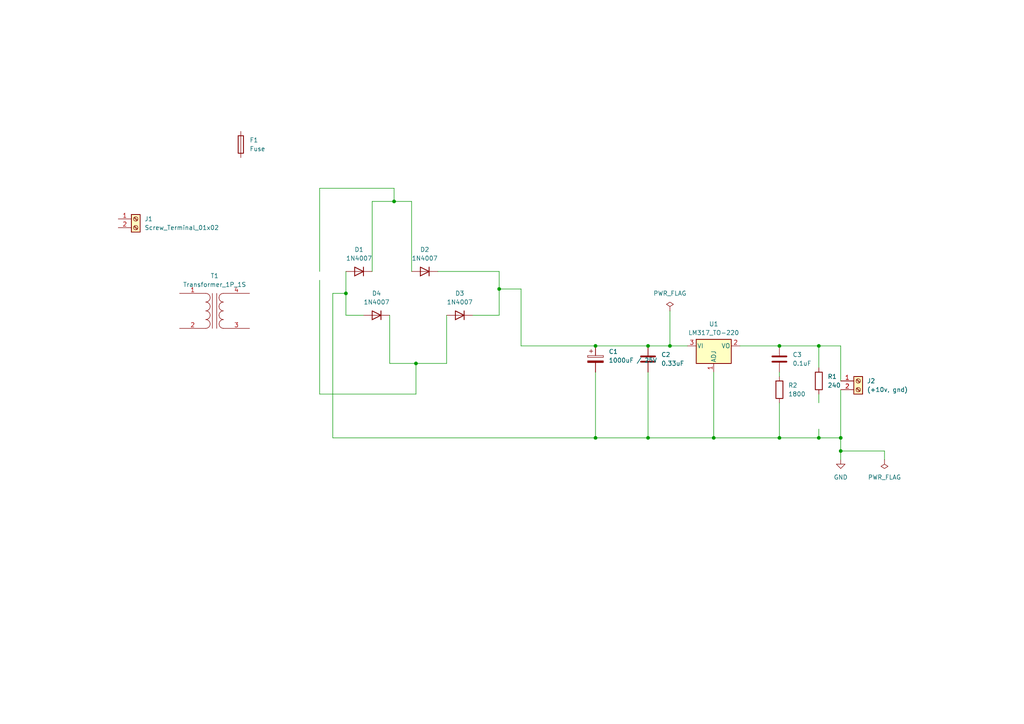
<source format=kicad_sch>
(kicad_sch (version 20250114) (generator "eeschema") (generator_version "9.0")
  (paper "A4")
  (lib_symbols
    (symbol "+3.7v:GND" (power) (pin_numbers (hide yes)) (pin_names (offset 0) (hide yes))
      (property "Value" "GND" (at 0 -3.81 0))
      (symbol "GND_0_1"
        (polyline (pts (xy 0 0) (xy 0 -1.27) (xy 1.27 -1.27) (xy 0 -2.54) (xy -1.27 -1.27) (xy 0 -1.27)))
      )
      (symbol "GND_1_1"
        (pin power_in line (at 0 0 270) (length 0) (name "~") (number "1"))
      )
    )
    (symbol "Connector:Screw_Terminal_01x02" (pin_names (offset 1.016) (hide yes))
      (property "Reference" "J" (at 0 2.54 0))
      (property "Value" "Screw_Terminal_01x02" (at 0 -5.08 0))
      (symbol "Screw_Terminal_01x02_1_1"
        (rectangle (start -1.27 1.27) (end 1.27 -3.81) (stroke (width 0.254)) (fill (type background)))
        (polyline (pts (xy -0.5334 0.3302) (xy 0.3302 -0.508)) (stroke (width 0.1524)))
        (polyline (pts (xy -0.5334 -2.2098) (xy 0.3302 -3.048)) (stroke (width 0.1524)))
        (polyline (pts (xy -0.3556 0.508) (xy 0.508 -0.3302)) (stroke (width 0.1524)))
        (polyline (pts (xy -0.3556 -2.032) (xy 0.508 -2.8702)) (stroke (width 0.1524)))
        (circle (center 0 0) (radius 0.635) (stroke (width 0.1524)))
        (circle (center 0 -2.54) (radius 0.635) (stroke (width 0.1524)))
        (pin passive line (at -5.08 0 0) (length 3.81) (name "Pin_1") (number "1"))
        (pin passive line (at -5.08 -2.54 0) (length 3.81) (name "Pin_2") (number "2"))
      )
    )
    (symbol "Device:C" (pin_numbers (hide yes)) (pin_names (offset 0.254))
      (property "Reference" "C" (at 0.635 2.54 0))
      (property "Value" "C" (at 0.635 -2.54 0))
      (symbol "C_0_1"
        (polyline (pts (xy -2.032 0.762) (xy 2.032 0.762)) (stroke (width 0.508)))
        (polyline (pts (xy -2.032 -0.762) (xy 2.032 -0.762)) (stroke (width 0.508)))
      )
      (symbol "C_1_1"
        (pin passive line (at 0 3.81 270) (length 2.794) (name "~") (number "1"))
        (pin passive line (at 0 -3.81 90) (length 2.794) (name "~") (number "2"))
      )
    )
    (symbol "Device:C_Polarized" (pin_numbers (hide yes)) (pin_names (offset 0.254))
      (property "Reference" "C" (at 0.635 2.54 0))
      (property "Value" "C_Polarized" (at 0.635 -2.54 0))
      (symbol "C_Polarized_0_1"
        (rectangle (start -2.286 0.508) (end 2.286 1.016))
        (polyline (pts (xy -1.778 2.286) (xy -0.762 2.286)))
        (polyline (pts (xy -1.27 2.794) (xy -1.27 1.778)))
        (rectangle (start 2.286 -0.508) (end -2.286 -1.016) (fill (type outline)))
      )
      (symbol "C_Polarized_1_1"
        (pin passive line (at 0 3.81 270) (length 2.794) (name "~") (number "1"))
        (pin passive line (at 0 -3.81 90) (length 2.794) (name "~") (number "2"))
      )
    )
    (symbol "Device:Fuse" (pin_numbers (hide yes)) (pin_names (offset 0))
      (property "Reference" "F" (at 2.032 0 90))
      (property "Value" "Fuse" (at -1.905 0 90))
      (symbol "Fuse_0_1"
        (rectangle (start -0.762 -2.54) (end 0.762 2.54) (stroke (width 0.254)))
        (polyline (pts (xy 0 2.54) (xy 0 -2.54)))
      )
      (symbol "Fuse_1_1"
        (pin passive line (at 0 3.81 270) (length 1.27) (name "~") (number "1"))
        (pin passive line (at 0 -3.81 90) (length 1.27) (name "~") (number "2"))
      )
    )
    (symbol "Device:R" (pin_numbers (hide yes)) (pin_names (offset 0))
      (property "Reference" "R" (at 2.032 0 90))
      (property "Value" "R" (at 0 0 90))
      (symbol "R_0_1"
        (rectangle (start -1.016 -2.54) (end 1.016 2.54) (stroke (width 0.254)))
      )
      (symbol "R_1_1"
        (pin passive line (at 0 3.81 270) (length 1.27) (name "~") (number "1"))
        (pin passive line (at 0 -3.81 90) (length 1.27) (name "~") (number "2"))
      )
    )
    (symbol "Device:Transformer_1P_1S" (pin_names (offset 1.016) (hide yes))
      (property "Reference" "T" (at 0 6.35 0))
      (property "Value" "Transformer_1P_1S" (at 0 -7.62 0))
      (symbol "Transformer_1P_1S_0_1"
        (arc (start -1.27 3.81) (mid -1.656 2.9336) (end -2.54 2.5654))
        (arc (start -1.27 1.27) (mid -1.656 0.3936) (end -2.54 0.0254))
        (arc (start -1.27 -1.27) (mid -1.656 -2.1464) (end -2.54 -2.5146))
        (arc (start -1.27 -3.81) (mid -1.656 -4.6864) (end -2.54 -5.0546))
        (arc (start -2.54 5.08) (mid -1.642 4.708) (end -1.27 3.81))
        (arc (start -2.54 2.54) (mid -1.642 2.168) (end -1.27 1.27))
        (arc (start -2.54 0) (mid -1.642 -0.372) (end -1.27 -1.27))
        (arc (start -2.54 -2.54) (mid -1.642 -2.912) (end -1.27 -3.81))
        (polyline (pts (xy -0.635 5.08) (xy -0.635 -5.08)))
        (polyline (pts (xy 0.635 -5.08) (xy 0.635 5.08)))
        (arc (start 1.2954 3.81) (mid 1.6457 4.7117) (end 2.54 5.08))
        (arc (start 1.2954 1.27) (mid 1.6457 2.1717) (end 2.54 2.54))
        (arc (start 1.2954 -1.27) (mid 1.6457 -0.3683) (end 2.54 0))
        (arc (start 2.54 2.5654) (mid 1.6599 2.9299) (end 1.2954 3.81))
        (arc (start 2.54 0.0254) (mid 1.6599 0.3899) (end 1.2954 1.27))
        (arc (start 2.54 -2.5146) (mid 1.6599 -2.1501) (end 1.2954 -1.27))
        (arc (start 1.3208 -3.81) (mid 1.6711 -2.9085) (end 2.5654 -2.54))
        (arc (start 2.5654 -5.0546) (mid 1.6851 -4.6902) (end 1.3208 -3.81))
      )
      (symbol "Transformer_1P_1S_1_1"
        (pin passive line (at -10.16 5.08 0) (length 7.62) (name "AA") (number "1"))
        (pin passive line (at -10.16 -5.08 0) (length 7.62) (name "AB") (number "2"))
        (pin passive line (at 10.16 5.08 180) (length 7.62) (name "SB") (number "4"))
        (pin passive line (at 10.16 -5.08 180) (length 7.62) (name "SA") (number "3"))
      )
    )
    (symbol "Diode:1N4007" (pin_numbers (hide yes)) (pin_names (hide yes))
      (property "Reference" "D" (at 0 2.54 0))
      (property "Value" "1N4007" (at 0 -2.54 0))
      (symbol "1N4007_0_1"
        (polyline (pts (xy -1.27 1.27) (xy -1.27 -1.27)) (stroke (width 0.254)))
        (polyline (pts (xy 1.27 1.27) (xy 1.27 -1.27) (xy -1.27 0) (xy 1.27 1.27)) (stroke (width 0.254)))
        (polyline (pts (xy 1.27 0) (xy -1.27 0)))
      )
      (symbol "1N4007_1_1"
        (pin passive line (at -3.81 0 0) (length 2.54) (name "K") (number "1"))
        (pin passive line (at 3.81 0 180) (length 2.54) (name "A") (number "2"))
      )
    )
    (symbol "Regulator_Linear:LM317_TO-220" (pin_names (offset 0.254))
      (property "Reference" "U" (at -3.81 3.175 0))
      (property "Value" "LM317_TO-220" (at 0 3.175 0))
      (symbol "LM317_TO-220_0_1"
        (rectangle (start -5.08 1.905) (end 5.08 -5.08) (stroke (width 0.254)) (fill (type background)))
      )
      (symbol "LM317_TO-220_1_1"
        (pin power_in line (at -7.62 0 0) (length 2.54) (name "VI") (number "3"))
        (pin input line (at 0 -7.62 90) (length 2.54) (name "ADJ") (number "1"))
        (pin power_out line (at 7.62 0 180) (length 2.54) (name "VO") (number "2"))
      )
    )
    (symbol "power:PWR_FLAG" (power) (pin_numbers (hide yes)) (pin_names (offset 0) (hide yes))
      (property "Value" "PWR_FLAG" (at 0 3.81 0))
      (symbol "PWR_FLAG_0_0"
        (pin power_out line (at 0 0 90) (length 0) (name "~") (number "1"))
      )
      (symbol "PWR_FLAG_0_1"
        (polyline (pts (xy 0 0) (xy 0 1.27) (xy -1.016 1.905) (xy 0 2.54) (xy 1.016 1.905) (xy 0 1.27)))
      )
    )
  )
  (junction (at 226.06 127))
  (junction (at 207.01 127))
  (junction (at 194.31 100.33))
  (junction (at 226.06 100.33))
  (junction (at 114.3 58.42))
  (junction (at 187.96 127))
  (junction (at 237.49 100.33))
  (junction (at 144.78 83.82))
  (junction (at 243.84 127))
  (junction (at 243.84 130.81))
  (junction (at 100.33 85.09))
  (junction (at 237.49 127))
  (junction (at 120.65 105.41))
  (junction (at 187.96 100.33))
  (junction (at 172.72 127))
  (junction (at 172.72 100.33))
  (wire (pts (xy 120.65 105.41) (xy 113.03 105.41)))
  (wire (pts (xy 119.38 78.74) (xy 119.38 58.42)))
  (wire (pts (xy 172.72 100.33) (xy 187.96 100.33)))
  (wire (pts (xy 172.72 107.95) (xy 172.72 127)))
  (wire (pts (xy 194.31 100.33) (xy 199.39 100.33)))
  (wire (pts (xy 144.78 91.44) (xy 137.16 91.44)))
  (wire (pts (xy 100.33 85.09) (xy 96.52 85.09)))
  (wire (pts (xy 207.01 107.95) (xy 207.01 127)))
  (wire (pts (xy 214.63 100.33) (xy 226.06 100.33)))
  (wire (pts (xy 113.03 91.44) (xy 113.03 105.41)))
  (wire (pts (xy 237.49 100.33) (xy 237.49 106.68)))
  (wire (pts (xy 172.72 127) (xy 187.96 127)))
  (wire (pts (xy 226.06 116.84) (xy 226.06 127)))
  (wire (pts (xy 96.52 127) (xy 172.72 127)))
  (wire (pts (xy 100.33 85.09) (xy 100.33 91.44)))
  (wire (pts (xy 151.13 83.82) (xy 151.13 100.33)))
  (wire (pts (xy 243.84 100.33) (xy 237.49 100.33)))
  (wire (pts (xy 237.49 114.3) (xy 237.49 116.84)))
  (wire (pts (xy 256.54 133.35) (xy 256.54 130.81)))
  (wire (pts (xy 92.71 114.3) (xy 120.65 114.3)))
  (wire (pts (xy 187.96 100.33) (xy 194.31 100.33)))
  (wire (pts (xy 127 78.74) (xy 144.78 78.74)))
  (wire (pts (xy 114.3 58.42) (xy 107.95 58.42)))
  (wire (pts (xy 92.71 54.61) (xy 92.71 78.74)))
  (wire (pts (xy 243.84 110.49) (xy 243.84 100.33)))
  (wire (pts (xy 100.33 78.74) (xy 100.33 85.09)))
  (wire (pts (xy 120.65 114.3) (xy 120.65 105.41)))
  (wire (pts (xy 187.96 127) (xy 207.01 127)))
  (wire (pts (xy 129.54 91.44) (xy 129.54 105.41)))
  (wire (pts (xy 256.54 130.81) (xy 243.84 130.81)))
  (wire (pts (xy 226.06 127) (xy 237.49 127)))
  (wire (pts (xy 194.31 90.17) (xy 194.31 100.33)))
  (wire (pts (xy 207.01 127) (xy 226.06 127)))
  (wire (pts (xy 107.95 58.42) (xy 107.95 78.74)))
  (wire (pts (xy 144.78 83.82) (xy 144.78 91.44)))
  (wire (pts (xy 129.54 105.41) (xy 120.65 105.41)))
  (wire (pts (xy 100.33 91.44) (xy 105.41 91.44)))
  (wire (pts (xy 92.71 81.28) (xy 92.71 114.3)))
  (wire (pts (xy 243.84 113.03) (xy 243.84 127)))
  (wire (pts (xy 144.78 78.74) (xy 144.78 83.82)))
  (wire (pts (xy 119.38 58.42) (xy 114.3 58.42)))
  (wire (pts (xy 226.06 107.95) (xy 226.06 109.22)))
  (wire (pts (xy 237.49 127) (xy 243.84 127)))
  (wire (pts (xy 187.96 107.95) (xy 187.96 127)))
  (wire (pts (xy 144.78 83.82) (xy 151.13 83.82)))
  (wire (pts (xy 96.52 85.09) (xy 96.52 127)))
  (wire (pts (xy 114.3 54.61) (xy 114.3 58.42)))
  (wire (pts (xy 237.49 100.33) (xy 226.06 100.33)))
  (wire (pts (xy 243.84 127) (xy 243.84 130.81)))
  (wire (pts (xy 237.49 124.46) (xy 237.49 127)))
  (wire (pts (xy 243.84 130.81) (xy 243.84 133.35)))
  (wire (pts (xy 151.13 100.33) (xy 172.72 100.33)))
  (wire (pts (xy 92.71 54.61) (xy 114.3 54.61)))
  (symbol (lib_id "Device:Transformer_1P_1S") (at 62.23 90.17 0) (unit 1)
    (property "Reference" "T1" (at 62.2427 80.01 0))
    (property "Value" "Transformer_1P_1S" (at 62.2427 82.55 0))
    (property "Description" "Transformer, single primary, single secondary" (effects (hide yes)))
  )
  (symbol (lib_id "Device:R") (at 226.06 113.03 0) (unit 1)
    (property "Reference" "R2" (at 228.6 111.7599 0) (effects (justify left)))
    (property "Value" "1800" (at 228.6 114.2999 0) (effects (justify left)))
    (property "Footprint" "Resistor_THT:R_Axial_DIN0204_L3.6mm_D1.6mm_P1.90mm_Vertical" (effects (hide yes)))
    (property "Description" "Resistor" (effects (hide yes)))
  )
  (symbol (lib_id "Device:C_Polarized") (at 172.72 104.14 0) (unit 1)
    (property "Reference" "C1" (at 176.53 101.9809 0) (effects (justify left)))
    (property "Value" "1000uF / 25V" (at 176.53 104.5209 0) (effects (justify left)))
    (property "Footprint" "Capacitor_THT:CP_Radial_D6.3mm_P2.50mm" (effects (hide yes)))
    (property "Description" "Polarized capacitor" (effects (hide yes)))
  )
  (symbol (lib_id "power:PWR_FLAG") (at 194.31 90.17 0) (unit 1)
    (property "Reference" "#FLG01" (effects (hide yes)))
    (property "Value" "PWR_FLAG" (at 194.31 85.09 0))
    (property "Description" "Special symbol for telling ERC where power comes from" (effects (hide yes)))
  )
  (symbol (lib_id "Device:R") (at 237.49 110.49 0) (unit 1)
    (property "Reference" "R1" (at 240.03 109.2199 0) (effects (justify left)))
    (property "Value" "240" (at 240.03 111.7599 0) (effects (justify left)))
    (property "Footprint" "Resistor_THT:R_Axial_DIN0204_L3.6mm_D1.6mm_P1.90mm_Vertical" (effects (hide yes)))
    (property "Description" "Resistor" (effects (hide yes)))
  )
  (symbol (lib_id "Connector:Screw_Terminal_01x02") (at 248.92 110.49 0) (unit 1)
    (property "Reference" "J2" (at 251.46 110.4899 0) (effects (justify left)))
    (property "Value" "(+10v, gnd)" (at 251.46 113.0299 0) (effects (justify left)))
    (property "Footprint" "TerminalBlock:TerminalBlock_MaiXu_MX126-5.0-02P_1x02_P5.00mm" (effects (hide yes)))
    (property "Description" "Generic screw terminal, single row, 01x02, script generated (kicad-library-utils/schlib/autogen/connector/)" (effects (hide yes)))
  )
  (symbol (lib_id "Diode:1N4007") (at 123.19 78.74 180) (unit 1)
    (property "Reference" "D2" (at 123.19 72.39 0))
    (property "Value" "1N4007" (at 123.19 74.93 0))
    (property "Footprint" "Diode_THT:D_DO-41_SOD81_P10.16mm_Horizontal" (effects (hide yes)))
    (property "Datasheet" "http://www.vishay.com/docs/88503/1n4001.pdf" (effects (hide yes)))
    (property "Description" "1000V 1A General Purpose Rectifier Diode, DO-41" (effects (hide yes)))
    (property "Sim.Device" "D" (effects (hide yes)))
    (property "Sim.Pins" "1=K 2=A" (effects (hide yes)))
  )
  (symbol (lib_id "power:PWR_FLAG") (at 256.54 133.35 180) (unit 1)
    (property "Reference" "#FLG02" (effects (hide yes)))
    (property "Value" "PWR_FLAG" (at 256.54 138.43 0))
    (property "Description" "Special symbol for telling ERC where power comes from" (effects (hide yes)))
  )
  (symbol (lib_id "+3.7v:GND") (at 243.84 133.35 0) (unit 1)
    (property "Reference" "#PWR01" (effects (hide yes)))
    (property "Value" "GND" (at 243.84 138.43 0))
    (property "Description" "Power symbol creates a global label with name \"GND\" , ground" (effects (hide yes)))
  )
  (symbol (lib_id "Device:Fuse") (at 69.85 41.91 0) (unit 1)
    (property "Reference" "F1" (at 72.39 40.6399 0) (effects (justify left)))
    (property "Value" "Fuse" (at 72.39 43.1799 0) (effects (justify left)))
    (property "Description" "Fuse" (effects (hide yes)))
  )
  (symbol (lib_id "Regulator_Linear:LM317_TO-220") (at 207.01 100.33 0) (unit 1)
    (property "Reference" "U1" (at 207.01 93.98 0))
    (property "Value" "LM317_TO-220" (at 207.01 96.52 0))
    (property "Footprint" "Package_TO_SOT_THT:TO-220-3_Vertical" (effects (hide yes)))
    (property "Datasheet" "http://www.ti.com/lit/ds/symlink/lm317.pdf" (effects (hide yes)))
    (property "Description" "1.5A 35V Adjustable Linear Regulator, TO-220" (effects (hide yes)))
  )
  (symbol (lib_id "Device:C") (at 226.06 104.14 0) (unit 1)
    (property "Reference" "C3" (at 229.87 102.8699 0) (effects (justify left)))
    (property "Value" "0.1uF" (at 229.87 105.4099 0) (effects (justify left)))
    (property "Footprint" "Capacitor_THT:C_Disc_D5.0mm_W2.5mm_P5.00mm" (effects (hide yes)))
    (property "Description" "Unpolarized capacitor" (effects (hide yes)))
  )
  (symbol (lib_id "Diode:1N4007") (at 109.22 91.44 180) (unit 1)
    (property "Reference" "D4" (at 109.22 85.09 0))
    (property "Value" "1N4007" (at 109.22 87.63 0))
    (property "Footprint" "Diode_THT:D_DO-41_SOD81_P10.16mm_Horizontal" (effects (hide yes)))
    (property "Datasheet" "http://www.vishay.com/docs/88503/1n4001.pdf" (effects (hide yes)))
    (property "Description" "1000V 1A General Purpose Rectifier Diode, DO-41" (effects (hide yes)))
    (property "Sim.Device" "D" (effects (hide yes)))
    (property "Sim.Pins" "1=K 2=A" (effects (hide yes)))
  )
  (symbol (lib_id "Diode:1N4007") (at 104.14 78.74 180) (unit 1)
    (property "Reference" "D1" (at 104.14 72.39 0))
    (property "Value" "1N4007" (at 104.14 74.93 0))
    (property "Footprint" "Diode_THT:D_DO-41_SOD81_P10.16mm_Horizontal" (effects (hide yes)))
    (property "Datasheet" "http://www.vishay.com/docs/88503/1n4001.pdf" (effects (hide yes)))
    (property "Description" "1000V 1A General Purpose Rectifier Diode, DO-41" (effects (hide yes)))
    (property "Sim.Device" "D" (effects (hide yes)))
    (property "Sim.Pins" "1=K 2=A" (effects (hide yes)))
  )
  (symbol (lib_id "Diode:1N4007") (at 133.35 91.44 180) (unit 1)
    (property "Reference" "D3" (at 133.35 85.09 0))
    (property "Value" "1N4007" (at 133.35 87.63 0))
    (property "Footprint" "Diode_THT:D_DO-41_SOD81_P10.16mm_Horizontal" (effects (hide yes)))
    (property "Datasheet" "http://www.vishay.com/docs/88503/1n4001.pdf" (effects (hide yes)))
    (property "Description" "1000V 1A General Purpose Rectifier Diode, DO-41" (effects (hide yes)))
    (property "Sim.Device" "D" (effects (hide yes)))
    (property "Sim.Pins" "1=K 2=A" (effects (hide yes)))
  )
  (symbol (lib_id "Device:C") (at 187.96 104.14 0) (unit 1)
    (property "Reference" "C2" (at 191.77 102.8699 0) (effects (justify left)))
    (property "Value" "0.33uF" (at 191.77 105.4099 0) (effects (justify left)))
    (property "Footprint" "Capacitor_THT:CP_Radial_D6.3mm_P2.50mm" (effects (hide yes)))
    (property "Description" "Unpolarized capacitor" (effects (hide yes)))
  )
  (symbol (lib_id "Connector:Screw_Terminal_01x02") (at 39.37 63.5 0) (unit 1)
    (property "Reference" "J1" (at 41.91 63.4999 0) (effects (justify left)))
    (property "Value" "Screw_Terminal_01x02" (at 41.91 66.0399 0) (effects (justify left)))
    (property "Description" "Generic screw terminal, single row, 01x02, script generated (kicad-library-utils/schlib/autogen/connector/)" (effects (hide yes)))
  )
)
</source>
